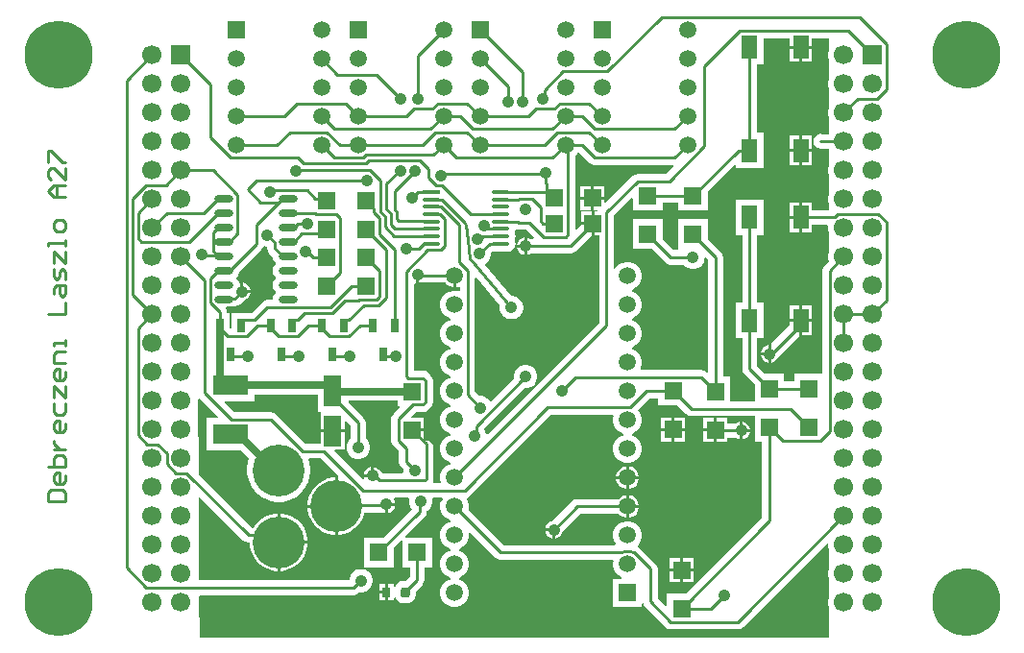
<source format=gtl>
G04*
G04 #@! TF.GenerationSoftware,Altium Limited,Altium Designer,22.4.2 (48)*
G04*
G04 Layer_Physical_Order=1*
G04 Layer_Color=255*
%FSLAX25Y25*%
%MOIN*%
G70*
G04*
G04 #@! TF.SameCoordinates,7EE18B86-058B-4F95-B7C2-403A54D6B15C*
G04*
G04*
G04 #@! TF.FilePolarity,Positive*
G04*
G01*
G75*
%ADD12C,0.01000*%
%ADD34R,0.02559X0.04528*%
%ADD35R,0.06299X0.06299*%
%ADD36R,0.06299X0.01378*%
%ADD37O,0.06299X0.01378*%
%ADD38R,0.03150X0.03543*%
G04:AMPARAMS|DCode=39|XSize=31.5mil|YSize=35.43mil|CornerRadius=7.87mil|HoleSize=0mil|Usage=FLASHONLY|Rotation=180.000|XOffset=0mil|YOffset=0mil|HoleType=Round|Shape=RoundedRectangle|*
%AMROUNDEDRECTD39*
21,1,0.03150,0.01968,0,0,180.0*
21,1,0.01575,0.03543,0,0,180.0*
1,1,0.01575,-0.00787,0.00984*
1,1,0.01575,0.00787,0.00984*
1,1,0.01575,0.00787,-0.00984*
1,1,0.01575,-0.00787,-0.00984*
%
%ADD39ROUNDEDRECTD39*%
%ADD40R,0.06299X0.06299*%
%ADD41R,0.06496X0.11024*%
%ADD42R,0.12402X0.07008*%
%ADD43R,0.05512X0.08268*%
%ADD44O,0.06496X0.02559*%
%ADD45C,0.02500*%
%ADD46C,0.05906*%
%ADD47C,0.05906*%
%ADD48R,0.05906X0.05906*%
%ADD49C,0.18000*%
%ADD50R,0.05906X0.05906*%
%ADD51C,0.06693*%
%ADD52R,0.06693X0.06693*%
%ADD53C,0.23622*%
%ADD54C,0.04100*%
G36*
X287402Y211630D02*
X287154Y210704D01*
Y209296D01*
X287402Y208370D01*
Y201629D01*
X287154Y200704D01*
Y199296D01*
X287402Y198371D01*
Y191630D01*
X287154Y190704D01*
Y189296D01*
X287402Y188371D01*
Y182549D01*
X285043D01*
X284449Y182667D01*
X283473Y182473D01*
X282646Y181921D01*
X282094Y181094D01*
X281900Y180118D01*
X282094Y179143D01*
X282646Y178316D01*
X282765Y178198D01*
X283592Y177645D01*
X284567Y177451D01*
X287402D01*
Y171630D01*
X287154Y170704D01*
Y169296D01*
X287402Y168370D01*
Y161629D01*
X287154Y160704D01*
Y159296D01*
X287402Y158370D01*
Y156289D01*
X281315D01*
Y158874D01*
X278059D01*
Y153740D01*
Y148606D01*
X281315D01*
Y151191D01*
X286874D01*
X287178Y150794D01*
X287154Y150704D01*
Y149296D01*
X287402Y148371D01*
Y141630D01*
X287154Y140704D01*
Y139296D01*
X287373Y138478D01*
X285851Y136956D01*
X285299Y136129D01*
X285105Y135153D01*
Y99441D01*
X275362D01*
Y96840D01*
X271882D01*
Y99441D01*
X265188D01*
X262391Y102237D01*
Y111779D01*
X264598D01*
Y124047D01*
X262391D01*
Y147606D01*
X264598D01*
Y159874D01*
X255087D01*
Y147606D01*
X257294D01*
Y124047D01*
X255087D01*
Y111779D01*
X257294D01*
Y101181D01*
X257488Y100206D01*
X258040Y99379D01*
X261583Y95836D01*
Y89754D01*
X253181D01*
Y98457D01*
X250581D01*
Y139961D01*
X250386Y140936D01*
X249834Y141763D01*
X245307Y146290D01*
Y152984D01*
X235008D01*
Y142685D01*
X234700Y142313D01*
X233536D01*
X229559Y146290D01*
Y152984D01*
X219260D01*
Y142685D01*
X225954D01*
X230678Y137961D01*
X231505Y137409D01*
X232480Y137215D01*
X236979D01*
X237671Y136523D01*
X238594Y135990D01*
X239624Y135714D01*
X240691D01*
X241721Y135990D01*
X242644Y136523D01*
X243398Y137277D01*
X243932Y138200D01*
X244208Y139231D01*
Y139526D01*
X244669Y139718D01*
X245482Y138905D01*
Y100114D01*
X245021Y99923D01*
X244987Y99956D01*
X244161Y100508D01*
X243185Y100703D01*
X222173D01*
X221923Y101136D01*
X222095Y101435D01*
X222433Y102694D01*
Y103998D01*
X222095Y105258D01*
X221444Y106387D01*
X220521Y107309D01*
X219392Y107961D01*
X218922Y108087D01*
Y108605D01*
X219392Y108731D01*
X220521Y109383D01*
X221444Y110305D01*
X222095Y111434D01*
X222433Y112694D01*
Y113998D01*
X222095Y115258D01*
X221444Y116387D01*
X220521Y117309D01*
X219392Y117961D01*
X218922Y118087D01*
Y118605D01*
X219392Y118731D01*
X220521Y119383D01*
X221444Y120305D01*
X222095Y121434D01*
X222433Y122694D01*
Y123998D01*
X222095Y125258D01*
X221444Y126387D01*
X220521Y127309D01*
X219392Y127961D01*
X218922Y128087D01*
Y128605D01*
X219392Y128731D01*
X220521Y129383D01*
X221444Y130305D01*
X222095Y131434D01*
X222433Y132694D01*
Y133998D01*
X222095Y135258D01*
X221444Y136387D01*
X220521Y137309D01*
X219392Y137961D01*
X218132Y138299D01*
X216828D01*
X215569Y137961D01*
X214439Y137309D01*
X213517Y136387D01*
X213210Y135856D01*
X212710Y135990D01*
Y154337D01*
X218798Y160425D01*
X219260Y160233D01*
Y156071D01*
X229559D01*
Y158671D01*
X235008D01*
Y156071D01*
X245307D01*
Y162765D01*
X254625Y172083D01*
X255087Y171891D01*
Y170835D01*
X264598D01*
Y183102D01*
X262391D01*
Y206661D01*
X264598D01*
Y215880D01*
X273803D01*
Y213295D01*
X281315D01*
Y215880D01*
X287402D01*
Y211630D01*
D02*
G37*
G36*
X204303Y172544D02*
X205130Y171992D01*
X206106Y171798D01*
X233231D01*
X233439Y171298D01*
X230864Y168723D01*
X220942D01*
X219967Y168529D01*
X219140Y167976D01*
X209927Y158763D01*
X209465Y158954D01*
Y159933D01*
X205815D01*
Y156283D01*
X206919D01*
X207235Y155783D01*
X207207Y155724D01*
X206012D01*
Y151575D01*
Y147425D01*
X207612D01*
Y117083D01*
X168896Y78367D01*
X168355Y78533D01*
X168144Y79319D01*
X167611Y80243D01*
X167610Y80244D01*
X181741Y94375D01*
X182620D01*
X183650Y94651D01*
X184573Y95184D01*
X185327Y95938D01*
X185861Y96862D01*
X186137Y97892D01*
Y98958D01*
X185861Y99988D01*
X185327Y100912D01*
X184573Y101666D01*
X183650Y102199D01*
X182620Y102475D01*
X181553D01*
X180523Y102199D01*
X179600Y101666D01*
X178846Y100912D01*
X178313Y99988D01*
X178037Y98958D01*
Y97892D01*
X178039Y97883D01*
X170112Y89956D01*
X169616Y90021D01*
X169579Y90085D01*
X168825Y90839D01*
X167902Y91372D01*
X166872Y91648D01*
X165893D01*
X164482Y93060D01*
Y132606D01*
X164951Y132780D01*
X173209Y123117D01*
X173152Y122902D01*
Y121836D01*
X173428Y120806D01*
X173961Y119882D01*
X174715Y119128D01*
X175638Y118595D01*
X176668Y118319D01*
X177735D01*
X178765Y118595D01*
X179688Y119128D01*
X180442Y119882D01*
X180976Y120806D01*
X181252Y121836D01*
Y122902D01*
X180976Y123932D01*
X180442Y124856D01*
X179688Y125610D01*
X178765Y126143D01*
X177735Y126419D01*
X177093D01*
X168039Y137013D01*
X168123Y137506D01*
X168552Y137753D01*
X169306Y138507D01*
X169839Y139431D01*
X170115Y140461D01*
Y141439D01*
X170598Y141923D01*
X170965Y141874D01*
X175886D01*
X176588Y141967D01*
X177242Y142238D01*
X177804Y142669D01*
X178235Y143230D01*
X178506Y143885D01*
X178598Y144587D01*
X178506Y145289D01*
X178266Y145866D01*
X178506Y146444D01*
X178598Y147146D01*
X178506Y147848D01*
X178266Y148425D01*
X178506Y149003D01*
X178524Y149140D01*
X179078Y149523D01*
X179632Y149413D01*
X182263D01*
X184964Y146712D01*
X184772Y146250D01*
X183772D01*
X183264Y146543D01*
X182587Y146724D01*
Y143701D01*
Y140677D01*
X183264Y140859D01*
X183772Y141152D01*
X197638D01*
X198613Y141346D01*
X199440Y141898D01*
X204967Y147425D01*
X205012D01*
Y151075D01*
X201362D01*
Y151030D01*
X199786Y149454D01*
X199325Y149646D01*
Y175194D01*
X199888Y175758D01*
X200129Y176174D01*
X200634Y176214D01*
X204303Y172544D01*
D02*
G37*
G36*
X145185Y130835D02*
X145862Y131016D01*
X145927Y131053D01*
X154240D01*
X154317Y130919D01*
X155053Y130183D01*
X155955Y129663D01*
X156960Y129394D01*
X156980D01*
Y133346D01*
X157980D01*
Y129394D01*
X158001D01*
X158884Y129630D01*
X159384Y129371D01*
Y128375D01*
X158987Y128070D01*
X158132Y128299D01*
X156828D01*
X155569Y127962D01*
X154439Y127310D01*
X153517Y126388D01*
X152865Y125258D01*
X152528Y123998D01*
Y122694D01*
X152865Y121435D01*
X153517Y120305D01*
X154439Y119383D01*
X155569Y118731D01*
X156039Y118605D01*
Y118088D01*
X155569Y117962D01*
X154439Y117310D01*
X153517Y116387D01*
X152865Y115258D01*
X152528Y113998D01*
Y112694D01*
X152865Y111435D01*
X153517Y110305D01*
X154439Y109383D01*
X155569Y108731D01*
X156039Y108605D01*
Y108088D01*
X155569Y107962D01*
X154439Y107310D01*
X153517Y106387D01*
X152865Y105258D01*
X152528Y103998D01*
Y102694D01*
X152865Y101435D01*
X153517Y100305D01*
X154439Y99383D01*
X155569Y98731D01*
X156039Y98605D01*
Y98088D01*
X155569Y97962D01*
X154439Y97310D01*
X153517Y96387D01*
X152865Y95258D01*
X152528Y93998D01*
Y92694D01*
X152865Y91435D01*
X153517Y90305D01*
X154439Y89383D01*
X155569Y88731D01*
X156039Y88605D01*
Y88088D01*
X155569Y87962D01*
X154439Y87310D01*
X153517Y86387D01*
X152865Y85258D01*
X152528Y83999D01*
Y82694D01*
X152865Y81435D01*
X153517Y80305D01*
X154439Y79383D01*
X155569Y78731D01*
X156039Y78605D01*
Y78088D01*
X155569Y77962D01*
X154439Y77310D01*
X153517Y76388D01*
X152865Y75258D01*
X152528Y73998D01*
Y72694D01*
X152865Y71435D01*
X153517Y70305D01*
X154439Y69383D01*
X155569Y68731D01*
X156039Y68605D01*
Y68088D01*
X155569Y67962D01*
X154439Y67310D01*
X153517Y66387D01*
X152865Y65258D01*
X152528Y63999D01*
Y62694D01*
X152757Y61839D01*
X152452Y61443D01*
X150225D01*
X150038Y61792D01*
X150004Y61943D01*
X150187Y62864D01*
Y73819D01*
X149993Y74794D01*
X149440Y75621D01*
X148613Y76174D01*
X147638Y76368D01*
X147253Y76291D01*
X146866Y76609D01*
Y79421D01*
X142717D01*
Y80421D01*
X146866D01*
Y84071D01*
X142704D01*
X142512Y84533D01*
X144088Y86108D01*
X146487D01*
X147463Y86303D01*
X148290Y86855D01*
X149169Y87734D01*
X149721Y88561D01*
X149915Y89536D01*
Y97078D01*
X149721Y98053D01*
X149169Y98880D01*
X148290Y99759D01*
X147463Y100312D01*
X146487Y100506D01*
X143297D01*
Y130596D01*
X143797Y130939D01*
X144185Y130835D01*
Y133858D01*
X145185D01*
Y130835D01*
D02*
G37*
G36*
X91987Y143588D02*
X92408D01*
Y142996D01*
X92602Y142021D01*
X93154Y141194D01*
X94473Y139874D01*
X94541Y139360D01*
X94872Y138563D01*
X95248Y138072D01*
X95351Y137716D01*
X95248Y137362D01*
X94872Y136871D01*
X94541Y136073D01*
X94428Y135216D01*
X94541Y134360D01*
X94872Y133563D01*
X95248Y133072D01*
X95351Y132717D01*
X95248Y132361D01*
X94872Y131870D01*
X94541Y131073D01*
X94428Y130217D01*
X94541Y129360D01*
X94872Y128563D01*
X95248Y128072D01*
X95351Y127717D01*
X95248Y127362D01*
X94872Y126871D01*
X94541Y126073D01*
X94428Y125217D01*
X94226Y124986D01*
X92498D01*
X91522Y124792D01*
X90695Y124239D01*
X87009Y120553D01*
X84244D01*
X83998Y120504D01*
X80185D01*
Y115372D01*
X79685Y115169D01*
X79264Y115590D01*
Y120504D01*
X78533D01*
Y120794D01*
X78339Y121769D01*
X78007Y122266D01*
X78237Y122822D01*
X78436Y122862D01*
X78482Y122892D01*
X79429D01*
X79435Y122894D01*
X81151D01*
X82127Y123088D01*
X82954Y123640D01*
X84272Y124959D01*
X84839Y125111D01*
X85534Y125512D01*
X86102Y126080D01*
X86504Y126776D01*
X86685Y127453D01*
X83661D01*
Y127953D01*
X83161D01*
Y130976D01*
X82881Y130901D01*
X82624Y131073D01*
X82294Y131870D01*
X81768Y132555D01*
Y132878D01*
X82294Y133563D01*
X82624Y134360D01*
X82692Y134874D01*
X90385Y142568D01*
X90938Y143395D01*
X90956Y143486D01*
X91380Y143750D01*
X91987Y143588D01*
D02*
G37*
G36*
X228118Y88354D02*
X234812D01*
X237765Y85402D01*
X238592Y84850D01*
X239567Y84656D01*
X261583D01*
Y75756D01*
X264183D01*
Y49481D01*
X237765Y23063D01*
X231071D01*
Y18901D01*
X230609Y18709D01*
X227889Y21429D01*
Y31784D01*
X227695Y32759D01*
X227142Y33586D01*
X221524Y39204D01*
X221144Y39459D01*
X221094Y39956D01*
X221444Y40305D01*
X222095Y41434D01*
X222433Y42694D01*
Y43998D01*
X222095Y45258D01*
X221444Y46387D01*
X220521Y47309D01*
X219392Y47961D01*
X218132Y48299D01*
X216828D01*
X215569Y47961D01*
X214439Y47309D01*
X213517Y46387D01*
X212865Y45258D01*
X212528Y43998D01*
Y42694D01*
X212865Y41434D01*
X213433Y40451D01*
X213220Y39951D01*
X174481D01*
X162286Y52146D01*
X162433Y52694D01*
Y53999D01*
X162095Y55258D01*
X161677Y55983D01*
X161908Y56539D01*
X162735Y57091D01*
X190893Y85250D01*
X212452D01*
X212757Y84853D01*
X212528Y83998D01*
Y82694D01*
X212865Y81435D01*
X213517Y80305D01*
X214439Y79383D01*
X215569Y78731D01*
X216039Y78605D01*
Y78087D01*
X215569Y77961D01*
X214439Y77309D01*
X213517Y76387D01*
X212865Y75258D01*
X212528Y73998D01*
Y72694D01*
X212865Y71434D01*
X213517Y70305D01*
X214439Y69383D01*
X215569Y68731D01*
X216828Y68393D01*
X218132D01*
X219392Y68731D01*
X220521Y69383D01*
X221444Y70305D01*
X222095Y71434D01*
X222433Y72694D01*
Y73998D01*
X222095Y75258D01*
X221444Y76387D01*
X220521Y77309D01*
X219392Y77961D01*
X218922Y78087D01*
Y78605D01*
X219392Y78731D01*
X220521Y79383D01*
X221444Y80305D01*
X222095Y81435D01*
X222433Y82694D01*
Y83998D01*
X222095Y85258D01*
X221444Y86387D01*
X220933Y86897D01*
X224991Y90955D01*
X228118D01*
Y88354D01*
D02*
G37*
G36*
X109909Y86090D02*
X110909D01*
Y80126D01*
X115157D01*
X119405D01*
Y82832D01*
X119868Y83024D01*
X121467Y81424D01*
Y76998D01*
X120775Y76306D01*
X120242Y75382D01*
X119966Y74352D01*
Y73286D01*
X120242Y72256D01*
X120775Y71332D01*
X121529Y70578D01*
X122452Y70045D01*
X123483Y69769D01*
X124549D01*
X125579Y70045D01*
X126503Y70578D01*
X127257Y71332D01*
X127790Y72256D01*
X128066Y73286D01*
Y74352D01*
X127790Y75382D01*
X127257Y76306D01*
X126565Y76998D01*
Y82480D01*
X126371Y83456D01*
X125818Y84283D01*
X120572Y89529D01*
X120779Y90029D01*
X137567D01*
Y88157D01*
X138274D01*
X138465Y87696D01*
X136265Y85495D01*
X135712Y84668D01*
X135518Y83692D01*
Y76150D01*
X135712Y75175D01*
X136265Y74348D01*
X138199Y72413D01*
Y68898D01*
X138393Y67922D01*
X138946Y67095D01*
X139651Y66390D01*
Y65412D01*
X139670Y65341D01*
X139365Y64944D01*
X132413D01*
X131578Y65779D01*
X131186Y66041D01*
X130810Y66417D01*
X130114Y66818D01*
X129437Y67000D01*
Y63976D01*
X128937D01*
Y63476D01*
X125913D01*
X126033Y63030D01*
X125585Y62771D01*
X115703Y72652D01*
X115895Y73114D01*
X119405D01*
Y79126D01*
X115157D01*
X110909D01*
Y75163D01*
X105693D01*
X95577Y85279D01*
X94750Y85831D01*
X93774Y86025D01*
X80950D01*
X77469Y89507D01*
X77660Y89969D01*
X87925D01*
Y92194D01*
X109909D01*
Y86090D01*
D02*
G37*
G36*
X75328Y84438D02*
X75136Y83976D01*
X71524D01*
Y72969D01*
X83289D01*
X86220Y70038D01*
X85728Y68521D01*
X85457Y66811D01*
Y65079D01*
X85728Y63369D01*
X86263Y61722D01*
X87049Y60180D01*
X88066Y58779D01*
X89291Y57555D01*
X90691Y56537D01*
X92234Y55751D01*
X93881Y55216D01*
X95591Y54945D01*
X97322D01*
X99032Y55216D01*
X100679Y55751D01*
X102222Y56537D01*
X103623Y57555D01*
X104847Y58779D01*
X105865Y60180D01*
X106651Y61722D01*
X107186Y63369D01*
X107457Y65079D01*
Y66811D01*
X107186Y68521D01*
X106815Y69661D01*
X107109Y70065D01*
X111081D01*
X117201Y63945D01*
X116994Y63445D01*
X116957D01*
Y53445D01*
Y43445D01*
X117442D01*
X119374Y43829D01*
X121194Y44583D01*
X122831Y45677D01*
X124224Y47070D01*
X125319Y48708D01*
X126072Y50528D01*
X126214Y51240D01*
X132872D01*
X133358Y51110D01*
Y54134D01*
X133858D01*
Y54634D01*
X136882D01*
X136700Y55311D01*
X136392Y55845D01*
X136617Y56345D01*
X141394D01*
X141699Y55948D01*
X141619Y55651D01*
Y54585D01*
X141895Y53555D01*
X142429Y52631D01*
X142578Y52482D01*
X132647Y42551D01*
X125953D01*
Y32252D01*
X136252D01*
Y38946D01*
X138877Y41571D01*
X139339Y41380D01*
Y32252D01*
X141939D01*
Y29009D01*
X140348Y27418D01*
X139567D01*
X138839Y27322D01*
X138161Y27041D01*
X137579Y26594D01*
X137132Y26012D01*
X136933Y25531D01*
X136433Y25631D01*
Y26394D01*
X134358D01*
Y23622D01*
Y20850D01*
X136433D01*
Y21613D01*
X136933Y21713D01*
X137132Y21232D01*
X137579Y20650D01*
X138161Y20203D01*
X138839Y19922D01*
X139567Y19826D01*
X141142D01*
X141869Y19922D01*
X142548Y20203D01*
X143130Y20650D01*
X143577Y21232D01*
X143857Y21910D01*
X143953Y22638D01*
Y23813D01*
X146291Y26150D01*
X146843Y26977D01*
X147037Y27953D01*
Y32252D01*
X149638D01*
Y42551D01*
X140510D01*
X140319Y43013D01*
X147071Y49766D01*
X147624Y50593D01*
X147818Y51568D01*
Y51682D01*
X148156Y51877D01*
X148910Y52631D01*
X149443Y53555D01*
X149719Y54585D01*
Y55651D01*
X149640Y55948D01*
X149944Y56345D01*
X152992D01*
X153242Y55912D01*
X152865Y55258D01*
X152528Y53999D01*
Y52694D01*
X152865Y51435D01*
X153517Y50305D01*
X154439Y49383D01*
X155569Y48731D01*
X156039Y48605D01*
Y48088D01*
X155569Y47962D01*
X154439Y47310D01*
X153517Y46387D01*
X152865Y45258D01*
X152528Y43999D01*
Y42694D01*
X152865Y41435D01*
X153517Y40305D01*
X154439Y39383D01*
X155569Y38731D01*
X156039Y38605D01*
Y38088D01*
X155569Y37962D01*
X154439Y37310D01*
X153517Y36388D01*
X152865Y35258D01*
X152528Y33999D01*
Y32694D01*
X152865Y31435D01*
X153517Y30305D01*
X154439Y29383D01*
X155569Y28731D01*
X156039Y28605D01*
Y28088D01*
X155569Y27962D01*
X154439Y27310D01*
X153517Y26388D01*
X152865Y25258D01*
X152528Y23999D01*
Y22694D01*
X152865Y21435D01*
X153517Y20305D01*
X154439Y19383D01*
X155569Y18731D01*
X156828Y18394D01*
X158132D01*
X159392Y18731D01*
X160521Y19383D01*
X161443Y20305D01*
X162095Y21435D01*
X162433Y22694D01*
Y23999D01*
X162095Y25258D01*
X161443Y26388D01*
X160521Y27310D01*
X159392Y27962D01*
X158922Y28088D01*
Y28605D01*
X159392Y28731D01*
X160521Y29383D01*
X161443Y30305D01*
X162095Y31435D01*
X162433Y32694D01*
Y33999D01*
X162095Y35258D01*
X161443Y36388D01*
X160521Y37310D01*
X159392Y37962D01*
X158922Y38088D01*
Y38605D01*
X159392Y38731D01*
X160521Y39383D01*
X161443Y40305D01*
X162095Y41435D01*
X162433Y42694D01*
Y43999D01*
X162394Y44145D01*
X162827Y44395D01*
X171330Y35892D01*
X171623Y35599D01*
X172450Y35047D01*
X172450Y35047D01*
X172984Y34940D01*
X173425Y34853D01*
X212346D01*
X212650Y34456D01*
X212528Y33998D01*
Y32694D01*
X212865Y31434D01*
X213517Y30305D01*
X214439Y29383D01*
X215451Y28799D01*
X215317Y28299D01*
X212528D01*
Y18393D01*
X222433D01*
Y19610D01*
X222933Y19659D01*
X222985Y19398D01*
X223537Y18571D01*
X230647Y11461D01*
X231474Y10909D01*
X232450Y10715D01*
X255764D01*
X256739Y10909D01*
X257566Y11461D01*
X286653Y40549D01*
X287154Y40342D01*
Y39296D01*
X287402Y38370D01*
Y31629D01*
X287154Y30704D01*
Y29296D01*
X287402Y28370D01*
Y21630D01*
X287154Y20704D01*
Y19296D01*
X287402Y18371D01*
Y7874D01*
X68898D01*
X68832Y22250D01*
X69185Y22605D01*
X122385D01*
X123361Y22799D01*
X124188Y23351D01*
X124371Y23535D01*
X124467Y23509D01*
X125533D01*
X126563Y23785D01*
X127487Y24318D01*
X128241Y25072D01*
X128774Y25996D01*
X129050Y27026D01*
Y28092D01*
X128774Y29122D01*
X128241Y30046D01*
X127487Y30800D01*
X126563Y31333D01*
X125533Y31609D01*
X124467D01*
X123437Y31333D01*
X122513Y30800D01*
X121759Y30046D01*
X121226Y29122D01*
X120950Y28092D01*
Y27703D01*
X68807D01*
X68676Y56419D01*
X69138Y56612D01*
X84154Y41595D01*
X84981Y41042D01*
X85957Y40848D01*
X86457D01*
Y39960D01*
X86841Y38028D01*
X87595Y36208D01*
X88689Y34570D01*
X90082Y33177D01*
X91720Y32083D01*
X93540Y31329D01*
X95472Y30945D01*
X95957D01*
Y40945D01*
Y50945D01*
X95472D01*
X93540Y50561D01*
X91720Y49807D01*
X90082Y48712D01*
X88689Y47319D01*
X87772Y45946D01*
X87012D01*
X68640Y64319D01*
X68520Y90591D01*
X69019Y90747D01*
X75328Y84438D01*
D02*
G37*
%LPC*%
G36*
X281315Y212295D02*
X278059D01*
Y207661D01*
X281315D01*
Y212295D01*
D02*
G37*
G36*
X277059D02*
X273803D01*
Y207661D01*
X277059D01*
Y212295D01*
D02*
G37*
G36*
X281315Y182102D02*
X278059D01*
Y177469D01*
X281315D01*
Y182102D01*
D02*
G37*
G36*
X277059D02*
X273803D01*
Y177469D01*
X277059D01*
Y182102D01*
D02*
G37*
G36*
X281315Y176469D02*
X278059D01*
Y171835D01*
X281315D01*
Y176469D01*
D02*
G37*
G36*
X277059D02*
X273803D01*
Y171835D01*
X277059D01*
Y176469D01*
D02*
G37*
G36*
Y158874D02*
X273803D01*
Y154240D01*
X277059D01*
Y158874D01*
D02*
G37*
G36*
Y153240D02*
X273803D01*
Y148606D01*
X277059D01*
Y153240D01*
D02*
G37*
G36*
X281315Y123047D02*
X278059D01*
Y118413D01*
X281315D01*
Y123047D01*
D02*
G37*
G36*
X277059D02*
X273803D01*
Y118413D01*
X277059D01*
Y123047D01*
D02*
G37*
G36*
X281315Y117413D02*
X278059D01*
Y112779D01*
X281315D01*
Y117413D01*
D02*
G37*
G36*
X266232Y109323D02*
X265555Y109141D01*
X264860Y108740D01*
X264292Y108172D01*
X263890Y107476D01*
X263709Y106799D01*
X266232D01*
Y109323D01*
D02*
G37*
G36*
X277059Y117413D02*
X273803D01*
Y116384D01*
X267232Y109813D01*
Y106299D01*
Y103276D01*
X267910Y103457D01*
X268605Y103859D01*
X269173Y104427D01*
X269334Y104706D01*
X277059Y112431D01*
Y117413D01*
D02*
G37*
G36*
X266232Y105799D02*
X263709D01*
X263890Y105122D01*
X264292Y104427D01*
X264860Y103859D01*
X265555Y103457D01*
X266232Y103276D01*
Y105799D01*
D02*
G37*
G36*
X209465Y164583D02*
X205815D01*
Y160933D01*
X209465D01*
Y164583D01*
D02*
G37*
G36*
X204815D02*
X201165D01*
Y160933D01*
X204815D01*
Y164583D01*
D02*
G37*
G36*
Y159933D02*
X201165D01*
Y156283D01*
X204815D01*
Y159933D01*
D02*
G37*
G36*
X205012Y155724D02*
X201362D01*
Y152075D01*
X205012D01*
Y155724D01*
D02*
G37*
G36*
X181587Y146724D02*
X180909Y146543D01*
X180214Y146141D01*
X179646Y145573D01*
X179244Y144878D01*
X179063Y144201D01*
X181587D01*
Y146724D01*
D02*
G37*
G36*
Y143201D02*
X179063D01*
X179244Y142524D01*
X179646Y141828D01*
X180214Y141260D01*
X180909Y140859D01*
X181587Y140677D01*
Y143201D01*
D02*
G37*
G36*
X84161Y130976D02*
Y128453D01*
X86685D01*
X86504Y129130D01*
X86102Y129825D01*
X85534Y130393D01*
X84839Y130795D01*
X84161Y130976D01*
D02*
G37*
G36*
X237417Y84268D02*
X233768D01*
Y80618D01*
X237417D01*
Y84268D01*
D02*
G37*
G36*
X232768D02*
X229118D01*
Y80618D01*
X232768D01*
Y84268D01*
D02*
G37*
G36*
X247532Y84071D02*
X243882D01*
Y80421D01*
X247532D01*
Y84071D01*
D02*
G37*
G36*
X257390Y82748D02*
Y80224D01*
X259913D01*
X259732Y80902D01*
X259330Y81597D01*
X258763Y82165D01*
X258067Y82567D01*
X257390Y82748D01*
D02*
G37*
G36*
X259913Y79224D02*
X257390D01*
Y76701D01*
X258067Y76882D01*
X258763Y77284D01*
X259330Y77852D01*
X259732Y78547D01*
X259913Y79224D01*
D02*
G37*
G36*
X252181Y84071D02*
X248532D01*
Y79921D01*
Y75772D01*
X252181D01*
Y77175D01*
X255205D01*
X255713Y76882D01*
X256390Y76701D01*
Y79724D01*
Y82748D01*
X255713Y82567D01*
X255205Y82273D01*
X252181D01*
Y84071D01*
D02*
G37*
G36*
X237417Y79618D02*
X233768D01*
Y75968D01*
X237417D01*
Y79618D01*
D02*
G37*
G36*
X232768D02*
X229118D01*
Y75968D01*
X232768D01*
Y79618D01*
D02*
G37*
G36*
X247532Y79421D02*
X243882D01*
Y75772D01*
X247532D01*
Y79421D01*
D02*
G37*
G36*
X218001Y67299D02*
X217980D01*
Y63846D01*
X221433D01*
Y63867D01*
X221164Y64872D01*
X220643Y65773D01*
X219907Y66509D01*
X219006Y67030D01*
X218001Y67299D01*
D02*
G37*
G36*
X216980D02*
X216960D01*
X215955Y67030D01*
X215053Y66509D01*
X214317Y65773D01*
X213797Y64872D01*
X213528Y63867D01*
Y63846D01*
X216980D01*
Y67299D01*
D02*
G37*
G36*
X221433Y62846D02*
X217980D01*
Y59393D01*
X218001D01*
X219006Y59663D01*
X219907Y60183D01*
X220643Y60919D01*
X221164Y61820D01*
X221433Y62826D01*
Y62846D01*
D02*
G37*
G36*
X216980D02*
X213528D01*
Y62826D01*
X213797Y61820D01*
X214317Y60919D01*
X215053Y60183D01*
X215955Y59663D01*
X216960Y59393D01*
X216980D01*
Y62846D01*
D02*
G37*
G36*
X218001Y57299D02*
X217980D01*
Y53846D01*
X221433D01*
Y53866D01*
X221164Y54872D01*
X220643Y55773D01*
X219907Y56509D01*
X219006Y57029D01*
X218001Y57299D01*
D02*
G37*
G36*
X221433Y52846D02*
X217980D01*
Y49393D01*
X218001D01*
X219006Y49663D01*
X219907Y50183D01*
X220643Y50919D01*
X221164Y51820D01*
X221433Y52826D01*
Y52846D01*
D02*
G37*
G36*
X216980Y57299D02*
X216960D01*
X215955Y57029D01*
X215053Y56509D01*
X214439Y55895D01*
X200000D01*
X199024Y55701D01*
X198197Y55149D01*
X191318Y48270D01*
X190752Y48118D01*
X190056Y47716D01*
X189488Y47148D01*
X189087Y46453D01*
X188906Y45776D01*
X191929D01*
Y45276D01*
X192429D01*
Y42252D01*
X193106Y42433D01*
X193802Y42835D01*
X194370Y43403D01*
X194771Y44098D01*
X194923Y44665D01*
X201056Y50797D01*
X214439D01*
X215053Y50183D01*
X215955Y49663D01*
X216960Y49393D01*
X216980D01*
Y53346D01*
Y57299D01*
D02*
G37*
G36*
X191429Y44776D02*
X188906D01*
X189087Y44098D01*
X189488Y43403D01*
X190056Y42835D01*
X190752Y42433D01*
X191429Y42252D01*
Y44776D01*
D02*
G37*
G36*
X240370Y35449D02*
X236720D01*
Y31799D01*
X240370D01*
Y35449D01*
D02*
G37*
G36*
X235720D02*
X232071D01*
Y31799D01*
X235720D01*
Y35449D01*
D02*
G37*
G36*
X240370Y30799D02*
X236720D01*
Y27150D01*
X240370D01*
Y30799D01*
D02*
G37*
G36*
X235720D02*
X232071D01*
Y27150D01*
X235720D01*
Y30799D01*
D02*
G37*
G36*
X128437Y67000D02*
X127760Y66818D01*
X127064Y66417D01*
X126496Y65849D01*
X126095Y65154D01*
X125913Y64476D01*
X128437D01*
Y67000D01*
D02*
G37*
G36*
X115957Y63445D02*
X115472D01*
X113540Y63061D01*
X111720Y62307D01*
X110082Y61212D01*
X108689Y59820D01*
X107595Y58182D01*
X106841Y56362D01*
X106457Y54430D01*
Y53945D01*
X115957D01*
Y63445D01*
D02*
G37*
G36*
X136882Y53634D02*
X134358D01*
Y51110D01*
X135036Y51292D01*
X135731Y51693D01*
X136299Y52261D01*
X136700Y52957D01*
X136882Y53634D01*
D02*
G37*
G36*
X115957Y52945D02*
X106457D01*
Y52460D01*
X106841Y50528D01*
X107595Y48708D01*
X108689Y47070D01*
X110082Y45677D01*
X111720Y44583D01*
X113540Y43829D01*
X115472Y43445D01*
X115957D01*
Y52945D01*
D02*
G37*
G36*
X97442Y50945D02*
X96957D01*
Y41445D01*
X106457D01*
Y41930D01*
X106072Y43862D01*
X105319Y45682D01*
X104224Y47319D01*
X102831Y48712D01*
X101193Y49807D01*
X99374Y50561D01*
X97442Y50945D01*
D02*
G37*
G36*
X106457Y40445D02*
X96957D01*
Y30945D01*
X97442D01*
X99374Y31329D01*
X101193Y32083D01*
X102831Y33177D01*
X104224Y34570D01*
X105319Y36208D01*
X106072Y38028D01*
X106457Y39960D01*
Y40445D01*
D02*
G37*
G36*
X133358Y26394D02*
X131283D01*
Y24122D01*
X133358D01*
Y26394D01*
D02*
G37*
G36*
Y23122D02*
X131283D01*
Y20850D01*
X133358D01*
Y23122D01*
D02*
G37*
%LPD*%
D12*
X161314Y151259D02*
G03*
X161028Y151858I-994J-106D01*
G01*
X219319Y37402D02*
G03*
X215642Y37402I-1839J-4055D01*
G01*
X142717Y79921D02*
X147638Y75000D01*
Y62864D02*
Y75000D01*
X111279Y178799D02*
X115732Y174346D01*
X133858Y165354D02*
X138321Y169817D01*
X62500Y210000D02*
X72597Y199902D01*
Y181597D02*
Y199902D01*
Y181597D02*
X79848Y174346D01*
X102925D01*
X104925Y172346D02*
X126689D01*
X127709Y173367D01*
X145350D01*
X148253Y170464D01*
Y167592D02*
Y170464D01*
Y167592D02*
X151157Y164689D01*
X153180D01*
X163047Y154823D01*
X173425D01*
X136811Y162828D02*
X143800Y169817D01*
X143879D01*
X138321D02*
X138779D01*
X126881Y175367D02*
X150171D01*
X125860Y174346D02*
X126881Y175367D01*
X136811Y156276D02*
Y162828D01*
X115732Y174346D02*
X125860D01*
X102925D02*
X104925Y172346D01*
X150171Y175367D02*
X153602Y178799D01*
X152559Y168307D02*
X153051Y168799D01*
X188976Y165623D02*
Y169291D01*
X153051Y168799D02*
X188484D01*
X102749Y170276D02*
X128052D01*
X102362Y169889D02*
X102749Y170276D01*
X128052D02*
X131858Y166469D01*
X124791Y27559D02*
X125000D01*
X50493Y25153D02*
X122385D01*
X124791Y27559D01*
X43654Y31993D02*
X50493Y25153D01*
X43654Y31993D02*
Y201153D01*
X52500Y210000D01*
X96063Y41339D02*
X97254D01*
X45654Y126847D02*
Y160008D01*
Y126847D02*
X52500Y120000D01*
X131102Y37402D02*
X145269Y51568D01*
Y54718D01*
X145669Y55118D01*
X70713Y92658D02*
Y131787D01*
X93774Y83476D02*
X104637Y72614D01*
X79894Y83476D02*
X93774D01*
X70713Y92658D02*
X79894Y83476D01*
X166339Y87598D02*
X166339D01*
X161933Y92004D02*
X166339Y87598D01*
X129776Y63976D02*
X131357Y62395D01*
X140748Y68898D02*
X143701Y65945D01*
X128937Y63976D02*
X129776D01*
X125857Y58894D02*
X160933D01*
X131357Y62395D02*
X147169D01*
X147638Y62864D01*
X160933Y58894D02*
X189838Y87799D01*
X112137Y72614D02*
X125857Y58894D01*
X164963Y78349D02*
Y81203D01*
X161933Y92004D02*
Y135191D01*
X164370Y77756D02*
X164963Y78349D01*
Y81203D02*
X182087Y98326D01*
Y98425D01*
X124016Y73819D02*
Y82480D01*
X115453Y91043D02*
Y93307D01*
Y91043D02*
X124016Y82480D01*
X140354Y23622D02*
Y23819D01*
X144488Y27953D02*
Y37402D01*
X140354Y23819D02*
X144488Y27953D01*
X284567Y180000D02*
X292500D01*
X284449Y180118D02*
X284567Y180000D01*
X168412Y150690D02*
X169325Y149777D01*
X173353D02*
X173425Y149705D01*
X169325Y149777D02*
X173353D01*
X167573Y150690D02*
X168412D01*
X167573D02*
X168148Y150115D01*
X170862Y149705D02*
X173425D01*
X166065Y140994D02*
X169657Y144587D01*
X173425D01*
X173286Y147141D02*
X173353Y147073D01*
X166282Y146056D02*
X167366Y147141D01*
X165443Y146056D02*
X166282D01*
X167366Y147141D02*
X173286D01*
X161314Y151259D02*
X161314Y151256D01*
X159027Y138097D02*
X161933Y135191D01*
X162690Y139348D02*
X177202Y122369D01*
X159027Y138097D02*
Y151031D01*
X161893Y145840D02*
X162690Y139348D01*
X161314Y151256D02*
X161893Y145840D01*
X152748Y157310D02*
X159027Y151031D01*
X161027Y151860D02*
X161028Y151858D01*
X153018Y159869D02*
X161027Y151860D01*
X149482Y157310D02*
X152748D01*
X73819Y141869D02*
Y145802D01*
X74973Y140578D02*
Y140716D01*
X73819Y141869D02*
X74973Y140716D01*
Y140578D02*
X75069Y140482D01*
X70148D02*
X75069D01*
X75335Y140217D01*
X77461D01*
X77162Y145515D02*
X77461Y145217D01*
X73819Y145802D02*
X74106Y145515D01*
X73819Y145802D02*
Y148622D01*
X74106Y145515D02*
X77162D01*
X75413Y150216D02*
X77461D01*
X73819Y148622D02*
X75413Y150216D01*
X144685Y133858D02*
X144941Y133602D01*
X157224D02*
X157480Y133346D01*
X144941Y133602D02*
X157224D01*
X140748Y98542D02*
Y134942D01*
X148204Y142398D02*
X152777D01*
X140748Y134942D02*
X148204Y142398D01*
X146825Y144463D02*
X149286D01*
X140748Y142717D02*
X145079D01*
X146825Y144463D01*
X149286D02*
X149409Y144587D01*
X131224Y147785D02*
X136614Y142395D01*
Y116240D02*
Y142395D01*
X154059Y145493D02*
X154059Y145493D01*
X154059Y148153D02*
X154059Y148153D01*
X146487Y97957D02*
X147366Y97078D01*
X140748Y98542D02*
X141334Y97957D01*
X146487Y88657D02*
X147366Y89536D01*
X143032Y88657D02*
X146487D01*
X138067Y76150D02*
Y83692D01*
Y76150D02*
X140748Y73469D01*
X154059Y143680D02*
Y145493D01*
X154059Y145493D02*
Y148153D01*
X154059Y148153D02*
Y153171D01*
X147366Y89536D02*
Y97078D01*
X141334Y97957D02*
X146487D01*
X152777Y142398D02*
X154059Y143680D01*
X138067Y83692D02*
X143032Y88657D01*
X140748Y68898D02*
Y73469D01*
X133653Y105315D02*
X137198D01*
X142717Y160433D02*
X144783Y162500D01*
X149409D01*
X137224Y153130D02*
X138018Y152336D01*
X149337D01*
X135224Y151193D02*
Y155034D01*
X136811Y156276D02*
X137224Y155862D01*
X133858Y156400D02*
X135224Y155034D01*
X131858Y155572D02*
X133224Y154206D01*
X129224Y155377D02*
X131224Y153377D01*
X137224Y153130D02*
Y155862D01*
X131224Y147785D02*
Y153377D01*
X133224Y150364D02*
Y154206D01*
X136371Y147218D02*
X149337D01*
X129224Y155377D02*
Y156799D01*
X135224Y151193D02*
X136640Y149777D01*
X126575Y159449D02*
X129224Y156799D01*
X136640Y149777D02*
X149337D01*
X133858Y156400D02*
Y165354D01*
X133224Y150364D02*
X136371Y147218D01*
X131858Y155572D02*
Y166469D01*
X184442Y160046D02*
X186609Y157879D01*
X173570Y159941D02*
X179756D01*
X179861Y160046D02*
X184442D01*
X181248Y156496D02*
X182087D01*
X179756Y159941D02*
X179861Y160046D01*
X179632Y151962D02*
X183318D01*
X179330Y152264D02*
X179632Y151962D01*
X188355Y146925D02*
X195897D01*
X183318Y151962D02*
X188355Y146925D01*
X186609Y157879D02*
X186694D01*
X187279Y157293D01*
Y152357D02*
Y157293D01*
Y152357D02*
X188062Y151575D01*
X192126D01*
X173425Y152264D02*
X179330D01*
X182087Y143701D02*
X197638D01*
X205512Y151575D01*
X200000Y53346D02*
X217480D01*
X191929Y45276D02*
X200000Y53346D01*
X173425Y37402D02*
X215642D01*
X173132Y37694D02*
X173425Y37402D01*
X219722D02*
X225340Y31784D01*
X219319Y37402D02*
X219722D01*
X157480Y53347D02*
X173132Y37694D01*
X225340Y20373D02*
Y31784D01*
X248031Y79921D02*
X248228Y79724D01*
X256890D01*
X267323Y106299D02*
X277559Y116535D01*
X266732Y106299D02*
X267323D01*
X277559Y116535D02*
Y117913D01*
X292500Y110000D02*
Y120000D01*
X302500D01*
X307347Y124846D01*
X304507Y154847D02*
X307347Y152007D01*
X290493Y154847D02*
X304507D01*
X289386Y153740D02*
X290493Y154847D01*
X307347Y124846D02*
Y152007D01*
X277559Y153740D02*
X289386D01*
X77461Y125216D02*
X77687Y125443D01*
X81151D01*
X83661Y127953D01*
X69882Y140748D02*
X70148Y140482D01*
X79429Y135216D02*
X88583Y144370D01*
Y151063D02*
X97736Y160216D01*
X75492Y135216D02*
X77461D01*
X88583Y144370D02*
Y151063D01*
X77461Y135216D02*
X79429D01*
Y145217D02*
X82209Y147996D01*
X77461Y145217D02*
X79429D01*
X62500Y170000D02*
X73576D01*
X82209Y161368D01*
Y147996D02*
Y161368D01*
X57346Y164847D02*
X62500Y170000D01*
X50493Y164847D02*
X57346D01*
X45654Y160008D02*
X50493Y164847D01*
X96063Y41339D02*
X96457Y40945D01*
X94004Y43397D02*
X96063Y41339D01*
X47653Y77992D02*
Y115154D01*
Y77992D02*
X50800Y74847D01*
X47653Y115154D02*
X52500Y120000D01*
X50800Y74847D02*
X54507D01*
X57653Y71700D01*
Y67993D02*
Y71700D01*
Y67993D02*
X60800Y64846D01*
X64508D01*
X85957Y43397D01*
X94004D01*
X116801Y53789D02*
X133514D01*
X116457Y53445D02*
X116801Y53789D01*
X133514D02*
X133858Y54134D01*
X243185Y98154D02*
X248031Y93307D01*
X199531Y98154D02*
X243185D01*
X194882Y93504D02*
X199531Y98154D01*
X271382Y76256D02*
X284283D01*
X266732Y80905D02*
X271382Y76256D01*
X284283D02*
X287653Y79627D01*
Y135153D01*
X239567Y87205D02*
X274213D01*
X233268Y93504D02*
X239567Y87205D01*
X188484Y168799D02*
X188976Y169291D01*
X88583Y166339D02*
X126969D01*
X85630Y163386D02*
X88583Y166339D01*
X97736Y160216D02*
X99705D01*
X85630Y163386D02*
X90164Y158852D01*
X95949D01*
X93504Y162402D02*
X94097Y162995D01*
X96585Y162996D02*
X106306D01*
X96584Y162995D02*
X96585Y162996D01*
X94097Y162995D02*
X96584D01*
X106306Y162996D02*
X109125Y160177D01*
X189862Y162500D02*
X191929Y160433D01*
X189279Y163083D02*
X189862Y162500D01*
X187992Y194882D02*
X188585Y195475D01*
Y197756D01*
X195175Y204346D02*
X210506D01*
X229411Y223252D01*
X298062D02*
X307347Y213968D01*
X229411Y223252D02*
X298062D01*
X307347Y197993D02*
Y213968D01*
X304200Y194846D02*
X307347Y197993D01*
X297346Y194846D02*
X304200D01*
X292500Y190000D02*
X297346Y194846D01*
X188585Y197756D02*
X195175Y204346D01*
X192161Y191332D02*
X194081Y193252D01*
X183047Y188799D02*
X185580Y191332D01*
X194081Y193252D02*
X204209D01*
X185580Y191332D02*
X192161D01*
X204209Y193252D02*
X208661Y188799D01*
X189279Y163083D02*
Y165319D01*
X188976Y165623D02*
X189279Y165319D01*
X191472Y174346D02*
X195925Y178799D01*
X158055Y174346D02*
X191472D01*
X153602Y178799D02*
X158055Y174346D01*
X236221Y17913D02*
X246260D01*
X250984Y22638D01*
X255764Y13264D02*
X292500Y50000D01*
X232450Y13264D02*
X255764D01*
X225340Y20373D02*
X232450Y13264D01*
X266732Y48425D02*
Y80905D01*
X236221Y17913D02*
X266732Y48425D01*
X294071Y218429D02*
X302500Y210000D01*
X244193Y206156D02*
X256465Y218429D01*
X244193Y178447D02*
Y206156D01*
X231920Y166174D02*
X244193Y178447D01*
X256465Y218429D02*
X294071D01*
X220942Y166174D02*
X231920D01*
X210161Y155393D02*
X220942Y166174D01*
X210161Y116028D02*
Y155393D01*
X157480Y63346D02*
X210161Y116028D01*
X233795Y174346D02*
X238248Y178799D01*
X206106Y174346D02*
X233795D01*
X201653Y178799D02*
X206106Y174346D01*
X189838Y87799D02*
X218230D01*
X287653Y135153D02*
X292500Y140000D01*
X62500D02*
X70713Y131787D01*
X104637Y72614D02*
X112137D01*
X218230Y87799D02*
X223935Y93504D01*
X233268D01*
X274213Y87205D02*
X280512Y80905D01*
X232480Y139764D02*
X240158D01*
X224410Y147835D02*
X232480Y139764D01*
X248031Y93307D02*
Y139961D01*
X240158Y147835D02*
X248031Y139961D01*
X266732Y94291D02*
X280512D01*
X259842Y101181D02*
Y117913D01*
Y101181D02*
X266732Y94291D01*
X259842Y117913D02*
Y153740D01*
X224410Y161221D02*
X240158D01*
X255906Y176969D02*
X259842D01*
X240158Y161221D02*
X255906Y176969D01*
X259842D02*
Y212795D01*
X149337Y147218D02*
X149409Y147146D01*
X124016Y178799D02*
X146431D01*
X117577D02*
X124016D01*
X113124Y183252D02*
X117577Y178799D01*
X116827Y203252D02*
X130409D01*
X138779Y194882D01*
X111279Y208799D02*
X116827Y203252D01*
X149337Y149777D02*
X149409Y149705D01*
X144685Y194882D02*
Y209882D01*
X153602Y218799D01*
X151758Y193252D02*
X161886D01*
X149838Y191332D02*
X151758Y193252D01*
X140724Y188799D02*
X143257Y191332D01*
X149838D01*
X161886Y193252D02*
X166339Y188799D01*
X124016D02*
X140724D01*
X149337Y152336D02*
X149409Y152264D01*
X152479Y154751D02*
X154059Y153171D01*
X149409Y154823D02*
X149482Y154751D01*
X152479D01*
X149482Y159869D02*
X153018D01*
X149409Y157382D02*
X149482Y157310D01*
X149409Y159941D02*
X149482Y159869D01*
X126575Y149606D02*
X133858Y142323D01*
Y125956D02*
Y142323D01*
X125929Y123272D02*
X131174D01*
X133858Y125956D01*
X150883Y183252D02*
X161886D01*
X146431Y178799D02*
X150883Y183252D01*
X161886D02*
X166339Y178799D01*
X195897Y146925D02*
X196776Y147804D01*
Y177949D01*
X195925Y178799D02*
X196776Y177949D01*
X176002Y193898D02*
Y199135D01*
X191472Y184346D02*
X195925Y188799D01*
X166339Y178799D02*
X188754D01*
X181102Y193898D02*
Y204035D01*
X163783Y184346D02*
X191472D01*
X166339Y188799D02*
X183047D01*
X188754Y178799D02*
X193206Y183252D01*
X195925Y178799D02*
X201653D01*
X173425Y162500D02*
X189862D01*
X173353Y147073D02*
X173425Y147146D01*
X166339Y208799D02*
X176002Y199135D01*
X166339Y218799D02*
X181102Y204035D01*
X204209Y183252D02*
X208661Y178799D01*
X193206Y183252D02*
X204209D01*
X233795Y184346D02*
X238248Y188799D01*
X206106Y184346D02*
X233795D01*
X195925Y188799D02*
X201653D01*
X206106Y184346D01*
X100299Y183252D02*
X113124D01*
X81693Y178799D02*
X95846D01*
X100299Y183252D01*
X159330Y188799D02*
X163783Y184346D01*
X153602Y188799D02*
X159330D01*
X115732Y184346D02*
X149150D01*
X153602Y188799D01*
X111279D02*
X115732Y184346D01*
X98402Y188799D02*
X102854Y193252D01*
X81693Y188799D02*
X98402D01*
X102854Y193252D02*
X119563D01*
X124016Y188799D01*
X105670Y141880D02*
X106423D01*
X92520Y147491D02*
Y147638D01*
Y147491D02*
X94957Y145054D01*
X97736Y140217D02*
X99705D01*
X94957Y142996D02*
Y145054D01*
Y142996D02*
X97736Y140217D01*
X99705Y150216D02*
X101621D01*
X102979Y151575D02*
X106299D01*
X101621Y150216D02*
X102979Y151575D01*
X108539Y139764D02*
X113189D01*
X106423Y141880D02*
X108539Y139764D01*
X52500Y150000D02*
X57653Y155154D01*
X70429D01*
X75492Y160216D02*
X77461D01*
X70429Y155154D02*
X75492Y160216D01*
X47653Y146314D02*
X48814Y145153D01*
X65429D01*
X47653Y155154D02*
X52500Y160000D01*
X47653Y146314D02*
Y155154D01*
X75492Y155217D02*
X77461D01*
X65429Y145153D02*
X75492Y155217D01*
X75984Y116240D02*
Y120794D01*
X72713Y124065D02*
X75984Y120794D01*
X72713Y124065D02*
Y132437D01*
X75492Y135216D01*
X112460Y160177D02*
X113189Y159449D01*
X109125Y160177D02*
X112460D01*
X101673Y145217D02*
X104481Y148025D01*
X111608D02*
X113189Y149606D01*
X104481Y148025D02*
X111608D01*
X99705Y155217D02*
X109001D01*
X109418Y154799D01*
X92498Y122437D02*
X114322D01*
X105378Y120437D02*
X115150D01*
X101961Y118004D02*
X102945D01*
X88065D02*
X92498Y122437D01*
X102945Y118004D02*
X105378Y120437D01*
X109418Y154799D02*
X116417D01*
X117839Y153377D01*
Y134571D02*
Y153377D01*
X113189Y129921D02*
X117839Y134571D01*
X114322Y122437D02*
X121806Y129921D01*
X126575D01*
X99705Y145217D02*
X101673D01*
X132874Y106095D02*
Y106201D01*
Y106095D02*
X133653Y105315D01*
X115157Y106095D02*
X115937Y105315D01*
X121063D01*
X115157Y106095D02*
Y106201D01*
X98220Y105315D02*
X103347D01*
X97441Y106095D02*
Y106201D01*
Y106095D02*
X98220Y105315D01*
X79724Y106095D02*
Y106201D01*
Y106095D02*
X80504Y105315D01*
X85630D01*
X76764Y114476D02*
X76773D01*
X78773Y112476D02*
X85365D01*
X75984Y115256D02*
X76764Y114476D01*
X76773D02*
X78773Y112476D01*
X85365D02*
X89129Y116240D01*
X130346Y125272D02*
X131224Y126150D01*
X126575Y139764D02*
X131224Y135114D01*
Y126150D02*
Y135114D01*
X124515Y125272D02*
X130346D01*
X118898Y117224D02*
X119677Y118004D01*
X120661D01*
X125929Y123272D01*
X119404Y124690D02*
X123934D01*
X124515Y125272D01*
X118898Y116240D02*
Y117224D01*
X115150Y120437D02*
X119404Y124690D01*
X114206Y112476D02*
X120799D01*
X124562Y116240D01*
X129134D01*
X101181Y117224D02*
X101961Y118004D01*
X101181Y116240D02*
Y117224D01*
X103082Y112476D02*
X106846Y116240D01*
X111417D01*
X96489Y112476D02*
X103082D01*
X84244Y118004D02*
X88065D01*
X83465Y117224D02*
X84244Y118004D01*
X83465Y116240D02*
Y117224D01*
X89129Y116240D02*
X93701D01*
X112197Y114476D02*
X112206D01*
X114206Y112476D01*
X111417Y115256D02*
X112197Y114476D01*
X111417Y115256D02*
Y116240D01*
X94489Y114476D02*
X96489Y112476D01*
X94480Y114476D02*
X94489D01*
X93701Y115256D02*
X94480Y114476D01*
X93701Y115256D02*
Y116240D01*
X109754Y53839D02*
X113504D01*
X16502Y55000D02*
X22500D01*
Y57999D01*
X21500Y58999D01*
X17502D01*
X16502Y57999D01*
Y55000D01*
X22500Y63997D02*
Y61998D01*
X21500Y60998D01*
X19501D01*
X18501Y61998D01*
Y63997D01*
X19501Y64997D01*
X20501D01*
Y60998D01*
X16502Y66996D02*
X22500D01*
Y69995D01*
X21500Y70995D01*
X20501D01*
X19501D01*
X18501Y69995D01*
Y66996D01*
Y72994D02*
X22500D01*
X20501D01*
X19501Y73994D01*
X18501Y74993D01*
Y75993D01*
X22500Y81991D02*
Y79992D01*
X21500Y78992D01*
X19501D01*
X18501Y79992D01*
Y81991D01*
X19501Y82991D01*
X20501D01*
Y78992D01*
X18501Y88989D02*
Y85990D01*
X19501Y84990D01*
X21500D01*
X22500Y85990D01*
Y88989D01*
X18501Y90988D02*
Y94987D01*
X22500Y90988D01*
Y94987D01*
Y99985D02*
Y97986D01*
X21500Y96986D01*
X19501D01*
X18501Y97986D01*
Y99985D01*
X19501Y100985D01*
X20501D01*
Y96986D01*
X22500Y102984D02*
X18501D01*
Y105983D01*
X19501Y106983D01*
X22500D01*
Y108983D02*
Y110982D01*
Y109982D01*
X18501D01*
Y108983D01*
X16502Y119979D02*
X22500D01*
Y123978D01*
X18501Y126977D02*
Y128976D01*
X19501Y129976D01*
X22500D01*
Y126977D01*
X21500Y125977D01*
X20501Y126977D01*
Y129976D01*
X22500Y131975D02*
Y134974D01*
X21500Y135974D01*
X20501Y134974D01*
Y132975D01*
X19501Y131975D01*
X18501Y132975D01*
Y135974D01*
Y137973D02*
Y141972D01*
X22500Y137973D01*
Y141972D01*
Y143971D02*
Y145971D01*
Y144971D01*
X16502D01*
Y143971D01*
X22500Y149969D02*
Y151969D01*
X21500Y152968D01*
X19501D01*
X18501Y151969D01*
Y149969D01*
X19501Y148970D01*
X21500D01*
X22500Y149969D01*
Y160966D02*
X18501D01*
X16502Y162965D01*
X18501Y164964D01*
X22500D01*
X19501D01*
Y160966D01*
X22500Y170963D02*
Y166964D01*
X18501Y170963D01*
X17502D01*
X16502Y169963D01*
Y167964D01*
X17502Y166964D01*
X16502Y172962D02*
Y176961D01*
X17502D01*
X21500Y172962D01*
X22500D01*
D34*
X132874Y106201D02*
D03*
X129134Y116240D02*
D03*
X136614D02*
D03*
X115157Y106201D02*
D03*
X111417Y116240D02*
D03*
X118898D02*
D03*
X97441Y106201D02*
D03*
X93701Y116240D02*
D03*
X101181D02*
D03*
X79724Y106201D02*
D03*
X75984Y116240D02*
D03*
X83465D02*
D03*
D35*
X113189Y129921D02*
D03*
X126575D02*
D03*
X113189Y139764D02*
D03*
X126575D02*
D03*
X113189Y149606D02*
D03*
X126575D02*
D03*
X113189Y159449D02*
D03*
X126575D02*
D03*
X205512Y151575D02*
D03*
X192126D02*
D03*
X131102Y37402D02*
D03*
X144488D02*
D03*
X191929Y160433D02*
D03*
X205315D02*
D03*
D36*
X149409Y162500D02*
D03*
D37*
Y159941D02*
D03*
Y157382D02*
D03*
Y154823D02*
D03*
Y152264D02*
D03*
Y149705D02*
D03*
Y147146D02*
D03*
Y144587D02*
D03*
X173425Y162500D02*
D03*
Y159941D02*
D03*
Y157382D02*
D03*
Y154823D02*
D03*
Y152264D02*
D03*
Y149705D02*
D03*
Y147146D02*
D03*
Y144587D02*
D03*
D38*
X133858Y23622D02*
D03*
D39*
X140354D02*
D03*
D40*
X142717Y79921D02*
D03*
Y93307D02*
D03*
X240158Y161221D02*
D03*
Y147835D02*
D03*
X248031Y79921D02*
D03*
Y93307D02*
D03*
X266732Y80905D02*
D03*
Y94291D02*
D03*
X224410Y147835D02*
D03*
Y161221D02*
D03*
X280512Y80905D02*
D03*
Y94291D02*
D03*
X233268Y93504D02*
D03*
Y80118D02*
D03*
X236221Y17913D02*
D03*
Y31299D02*
D03*
D41*
X115157Y93602D02*
D03*
Y79626D02*
D03*
D42*
X79724Y95472D02*
D03*
Y78472D02*
D03*
D43*
X259842Y117913D02*
D03*
Y153740D02*
D03*
X277559D02*
D03*
Y117913D02*
D03*
X259842Y176969D02*
D03*
Y212795D02*
D03*
X277559D02*
D03*
Y176969D02*
D03*
D44*
X77461Y160216D02*
D03*
Y155217D02*
D03*
Y150216D02*
D03*
Y145217D02*
D03*
Y140217D02*
D03*
Y135216D02*
D03*
Y130217D02*
D03*
Y125216D02*
D03*
X99705Y160216D02*
D03*
Y155217D02*
D03*
Y150216D02*
D03*
Y145217D02*
D03*
Y140217D02*
D03*
Y135216D02*
D03*
Y130217D02*
D03*
Y125216D02*
D03*
D45*
X75984Y115256D02*
Y116240D01*
Y97726D02*
Y115256D01*
X78238Y95472D02*
X79724D01*
X75984Y97726D02*
X78238Y95472D01*
X115453Y93307D02*
X142717D01*
X115157Y93602D02*
X115453Y93307D01*
X113287Y95472D02*
X115157Y93602D01*
X79724Y95472D02*
X113287D01*
X94949Y65945D02*
X96457D01*
X82421Y78472D02*
X94949Y65945D01*
X79724Y78472D02*
X82421D01*
D46*
X157480Y53347D02*
D03*
Y43347D02*
D03*
Y33347D02*
D03*
Y63346D02*
D03*
Y73347D02*
D03*
Y83346D02*
D03*
Y93347D02*
D03*
Y103347D02*
D03*
Y113347D02*
D03*
Y123346D02*
D03*
Y133346D02*
D03*
X217480Y133346D02*
D03*
Y123346D02*
D03*
Y113346D02*
D03*
Y103346D02*
D03*
Y93346D02*
D03*
Y83346D02*
D03*
Y73346D02*
D03*
Y63346D02*
D03*
Y33346D02*
D03*
Y43346D02*
D03*
Y53346D02*
D03*
X238248Y198799D02*
D03*
X208661Y208799D02*
D03*
Y198799D02*
D03*
Y188799D02*
D03*
Y178799D02*
D03*
X238248Y188799D02*
D03*
Y218799D02*
D03*
Y208799D02*
D03*
Y178799D02*
D03*
X195925D02*
D03*
Y208799D02*
D03*
Y218799D02*
D03*
Y188799D02*
D03*
X166339Y178799D02*
D03*
Y188799D02*
D03*
Y198799D02*
D03*
Y208799D02*
D03*
X195925Y198799D02*
D03*
X153602Y178799D02*
D03*
Y208799D02*
D03*
Y218799D02*
D03*
Y188799D02*
D03*
X124016Y178799D02*
D03*
Y188799D02*
D03*
Y198799D02*
D03*
Y208799D02*
D03*
X153602Y198799D02*
D03*
X111279Y178799D02*
D03*
Y208799D02*
D03*
Y218799D02*
D03*
Y188799D02*
D03*
X81693Y178799D02*
D03*
Y188799D02*
D03*
Y198799D02*
D03*
Y208799D02*
D03*
X111279Y198799D02*
D03*
D47*
X157480Y23347D02*
D03*
D48*
X217480Y23346D02*
D03*
D49*
X96457Y65945D02*
D03*
Y40945D02*
D03*
X116457Y53445D02*
D03*
D50*
X208661Y218799D02*
D03*
X166339D02*
D03*
X124016D02*
D03*
X81693D02*
D03*
D51*
X62500Y20000D02*
D03*
X52500D02*
D03*
X292500D02*
D03*
X302500D02*
D03*
X52500Y210000D02*
D03*
X62500Y200000D02*
D03*
X52500D02*
D03*
X62500Y190000D02*
D03*
X52500D02*
D03*
X62500Y180000D02*
D03*
X52500D02*
D03*
X62500Y170000D02*
D03*
X52500D02*
D03*
X62500Y160000D02*
D03*
X52500D02*
D03*
X62500Y150000D02*
D03*
X52500D02*
D03*
X62500Y140000D02*
D03*
X52500D02*
D03*
X62500Y130000D02*
D03*
X52500D02*
D03*
X62500Y120000D02*
D03*
X52500D02*
D03*
X62500Y110000D02*
D03*
X52500D02*
D03*
X62500Y100000D02*
D03*
X52500D02*
D03*
X62500Y90000D02*
D03*
X52500D02*
D03*
X62500Y80000D02*
D03*
X52500D02*
D03*
X62500Y70000D02*
D03*
X52500D02*
D03*
X62500Y60000D02*
D03*
X52500D02*
D03*
X62500Y50000D02*
D03*
X52500D02*
D03*
X62500Y40000D02*
D03*
X52500D02*
D03*
X62500Y30000D02*
D03*
X52500D02*
D03*
X292500Y210000D02*
D03*
X302500Y200000D02*
D03*
X292500D02*
D03*
X302500Y190000D02*
D03*
X292500D02*
D03*
X302500Y180000D02*
D03*
X292500D02*
D03*
X302500Y170000D02*
D03*
X292500D02*
D03*
X302500Y160000D02*
D03*
X292500D02*
D03*
X302500Y150000D02*
D03*
X292500D02*
D03*
X302500Y140000D02*
D03*
X292500D02*
D03*
X302500Y130000D02*
D03*
X292500D02*
D03*
X302500Y120000D02*
D03*
X292500D02*
D03*
X302500Y110000D02*
D03*
X292500D02*
D03*
X302500Y100000D02*
D03*
X292500D02*
D03*
X302500Y90000D02*
D03*
X292500D02*
D03*
X302500Y80000D02*
D03*
X292500D02*
D03*
X302500Y70000D02*
D03*
X292500D02*
D03*
X302500Y60000D02*
D03*
X292500D02*
D03*
X302500Y50000D02*
D03*
X292500D02*
D03*
X302500Y40000D02*
D03*
X292500D02*
D03*
X302500Y30000D02*
D03*
X292500D02*
D03*
D52*
X62500Y210000D02*
D03*
X302500D02*
D03*
D53*
X20000D02*
D03*
X335000D02*
D03*
Y20000D02*
D03*
X20000D02*
D03*
D54*
X143879Y169817D02*
D03*
X138779D02*
D03*
X152559Y168307D02*
D03*
X102362Y169889D02*
D03*
X125000Y27559D02*
D03*
X166339Y87598D02*
D03*
X143701Y65945D02*
D03*
X128937Y63976D02*
D03*
X164370Y77756D02*
D03*
X124016Y73819D02*
D03*
X145669Y55118D02*
D03*
X144685Y133858D02*
D03*
X140748Y142717D02*
D03*
X137198Y105315D02*
D03*
X142717Y160433D02*
D03*
X182087Y156496D02*
D03*
Y143701D02*
D03*
X191929Y45276D02*
D03*
X256890Y79724D02*
D03*
X266732Y106299D02*
D03*
X83661Y127953D02*
D03*
X69882Y140748D02*
D03*
X133858Y54134D02*
D03*
X182087Y98425D02*
D03*
X194882Y93504D02*
D03*
X126969Y166339D02*
D03*
X93504Y162402D02*
D03*
X187992Y194882D02*
D03*
X188976Y169291D02*
D03*
X250984Y22638D02*
D03*
X240158Y139764D02*
D03*
X138779Y194882D02*
D03*
X144685D02*
D03*
X165443Y146056D02*
D03*
X166065Y140994D02*
D03*
X167573Y150690D02*
D03*
X177202Y122369D02*
D03*
X181102Y193898D02*
D03*
X176002D02*
D03*
X105670Y141880D02*
D03*
X92520Y147638D02*
D03*
X106299Y151575D02*
D03*
X121063Y105315D02*
D03*
X103347D02*
D03*
X85630D02*
D03*
M02*

</source>
